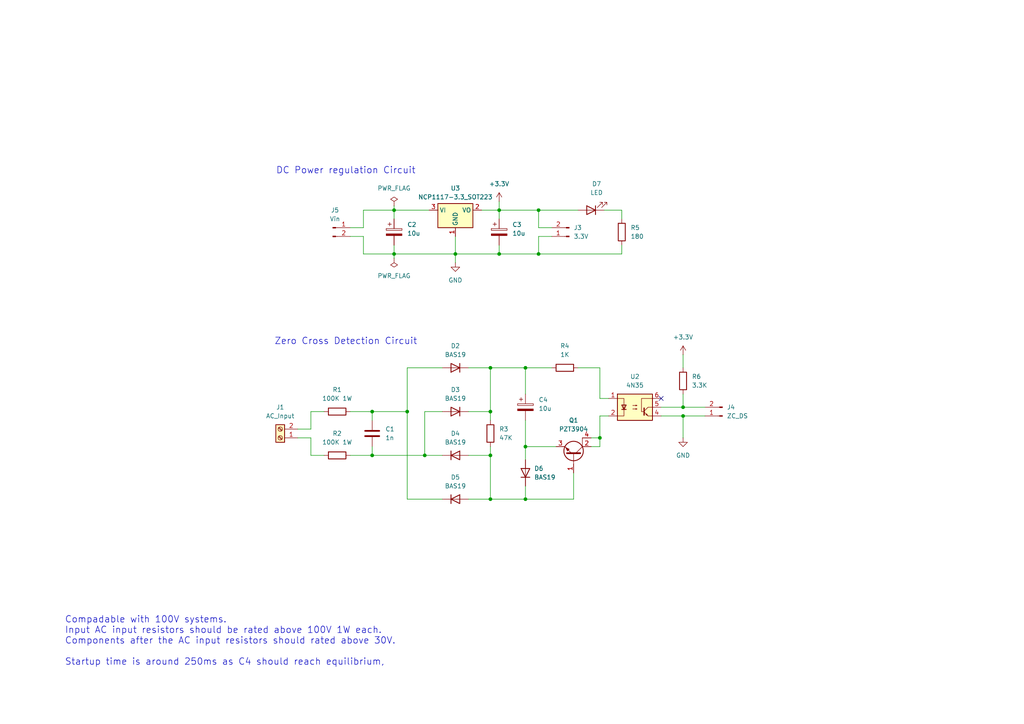
<source format=kicad_sch>
(kicad_sch (version 20250114) (generator "eeschema") (generator_version "9.0")
  (paper "A4")
  (title_block (title "Zero cross detector circuit") (date "2025-03-10") (rev "0") (company "キムラシール株式会社"))
  (lib_symbols
    (symbol "Connector:Conn_01x02_Pin" (pin_names (offset 1.016) (hide yes))
      (property "Reference" "J" (at 0 2.54 0))
      (property "Value" "Conn_01x02_Pin" (at 0 -5.08 0))
      (symbol "Conn_01x02_Pin_1_1"
        (rectangle (start 0.8636 0.127) (end 0 -0.127) (stroke (width 0.1524)) (fill (type outline)))
        (rectangle (start 0.8636 -2.413) (end 0 -2.667) (stroke (width 0.1524)) (fill (type outline)))
        (polyline (pts (xy 1.27 0) (xy 0.8636 0)) (stroke (width 0.1524)))
        (polyline (pts (xy 1.27 -2.54) (xy 0.8636 -2.54)) (stroke (width 0.1524)))
        (pin passive line (at 5.08 0 180) (length 3.81) (name "Pin_1") (number "1"))
        (pin passive line (at 5.08 -2.54 180) (length 3.81) (name "Pin_2") (number "2"))
      )
    )
    (symbol "Connector:Screw_Terminal_01x02" (pin_names (offset 1.016) (hide yes))
      (property "Reference" "J" (at 0 2.54 0))
      (property "Value" "Screw_Terminal_01x02" (at 0 -5.08 0))
      (symbol "Screw_Terminal_01x02_1_1"
        (rectangle (start -1.27 1.27) (end 1.27 -3.81) (stroke (width 0.254)) (fill (type background)))
        (polyline (pts (xy -0.5334 0.3302) (xy 0.3302 -0.508)) (stroke (width 0.1524)))
        (polyline (pts (xy -0.5334 -2.2098) (xy 0.3302 -3.048)) (stroke (width 0.1524)))
        (polyline (pts (xy -0.3556 0.508) (xy 0.508 -0.3302)) (stroke (width 0.1524)))
        (polyline (pts (xy -0.3556 -2.032) (xy 0.508 -2.8702)) (stroke (width 0.1524)))
        (circle (center 0 0) (radius 0.635) (stroke (width 0.1524)))
        (circle (center 0 -2.54) (radius 0.635) (stroke (width 0.1524)))
        (pin passive line (at -5.08 0 0) (length 3.81) (name "Pin_1") (number "1"))
        (pin passive line (at -5.08 -2.54 0) (length 3.81) (name "Pin_2") (number "2"))
      )
    )
    (symbol "Device:C" (pin_numbers (hide yes)) (pin_names (offset 0.254))
      (property "Reference" "C" (at 0.635 2.54 0))
      (property "Value" "C" (at 0.635 -2.54 0))
      (symbol "C_0_1"
        (polyline (pts (xy -2.032 0.762) (xy 2.032 0.762)) (stroke (width 0.508)))
        (polyline (pts (xy -2.032 -0.762) (xy 2.032 -0.762)) (stroke (width 0.508)))
      )
      (symbol "C_1_1"
        (pin passive line (at 0 3.81 270) (length 2.794) (name "~") (number "1"))
        (pin passive line (at 0 -3.81 90) (length 2.794) (name "~") (number "2"))
      )
    )
    (symbol "Device:C_Polarized" (pin_numbers (hide yes)) (pin_names (offset 0.254))
      (property "Reference" "C" (at 0.635 2.54 0))
      (property "Value" "C_Polarized" (at 0.635 -2.54 0))
      (symbol "C_Polarized_0_1"
        (rectangle (start -2.286 0.508) (end 2.286 1.016))
        (polyline (pts (xy -1.778 2.286) (xy -0.762 2.286)))
        (polyline (pts (xy -1.27 2.794) (xy -1.27 1.778)))
        (rectangle (start 2.286 -0.508) (end -2.286 -1.016) (fill (type outline)))
      )
      (symbol "C_Polarized_1_1"
        (pin passive line (at 0 3.81 270) (length 2.794) (name "~") (number "1"))
        (pin passive line (at 0 -3.81 90) (length 2.794) (name "~") (number "2"))
      )
    )
    (symbol "Device:LED" (pin_numbers (hide yes)) (pin_names (offset 1.016) (hide yes))
      (property "Reference" "D" (at 0 2.54 0))
      (property "Value" "LED" (at 0 -2.54 0))
      (symbol "LED_0_1"
        (polyline (pts (xy -3.048 -0.762) (xy -4.572 -2.286) (xy -3.81 -2.286) (xy -4.572 -2.286) (xy -4.572 -1.524)))
        (polyline (pts (xy -1.778 -0.762) (xy -3.302 -2.286) (xy -2.54 -2.286) (xy -3.302 -2.286) (xy -3.302 -1.524)))
        (polyline (pts (xy -1.27 0) (xy 1.27 0)))
        (polyline (pts (xy -1.27 -1.27) (xy -1.27 1.27)) (stroke (width 0.254)))
        (polyline (pts (xy 1.27 -1.27) (xy 1.27 1.27) (xy -1.27 0) (xy 1.27 -1.27)) (stroke (width 0.254)))
      )
      (symbol "LED_1_1"
        (pin passive line (at -3.81 0 0) (length 2.54) (name "K") (number "1"))
        (pin passive line (at 3.81 0 180) (length 2.54) (name "A") (number "2"))
      )
    )
    (symbol "Device:R" (pin_numbers (hide yes)) (pin_names (offset 0))
      (property "Reference" "R" (at 2.032 0 90))
      (property "Value" "R" (at 0 0 90))
      (symbol "R_0_1"
        (rectangle (start -1.016 -2.54) (end 1.016 2.54) (stroke (width 0.254)))
      )
      (symbol "R_1_1"
        (pin passive line (at 0 3.81 270) (length 1.27) (name "~") (number "1"))
        (pin passive line (at 0 -3.81 90) (length 1.27) (name "~") (number "2"))
      )
    )
    (symbol "Diode:BAS19" (pin_numbers (hide yes)) (pin_names (hide yes))
      (property "Reference" "D" (at 0 2.54 0))
      (property "Value" "BAS19" (at 0 -2.54 0))
      (symbol "BAS19_0_1"
        (polyline (pts (xy -1.27 1.27) (xy -1.27 -1.27)) (stroke (width 0.254)))
        (polyline (pts (xy 1.27 1.27) (xy 1.27 -1.27) (xy -1.27 0) (xy 1.27 1.27)) (stroke (width 0.254)))
        (polyline (pts (xy 1.27 0) (xy -1.27 0)))
      )
      (symbol "BAS19_1_1"
        (pin passive line (at -3.81 0 0) (length 2.54) (name "K") (number "3"))
        (pin no_connect line (at -1.27 0 0) (length 2.54) (hide yes) (name "NC") (number "2"))
        (pin passive line (at 3.81 0 180) (length 2.54) (name "A") (number "1"))
      )
    )
    (symbol "Isolator:4N35" (pin_names (offset 1.016))
      (property "Reference" "U" (at -5.08 5.08 0))
      (property "Value" "4N35" (at 0 5.08 0))
      (symbol "4N35_0_1"
        (rectangle (start -5.08 3.81) (end 5.08 -3.81) (stroke (width 0.254)) (fill (type background)))
        (polyline (pts (xy -5.08 -2.54) (xy -3.175 -2.54) (xy -3.175 2.54) (xy -5.08 2.54)))
        (polyline (pts (xy -3.81 -0.635) (xy -2.54 -0.635)) (stroke (width 0.254)))
        (polyline (pts (xy -3.175 -0.635) (xy -3.81 0.635) (xy -2.54 0.635) (xy -3.175 -0.635)) (stroke (width 0.254)))
        (polyline (pts (xy -0.635 0.508) (xy 0.635 0.508) (xy 0.254 0.381) (xy 0.254 0.635) (xy 0.635 0.508)))
        (polyline (pts (xy -0.635 -0.508) (xy 0.635 -0.508) (xy 0.254 -0.635) (xy 0.254 -0.381) (xy 0.635 -0.508)))
        (polyline (pts (xy 2.667 -0.254) (xy 2.667 -2.286) (xy 2.667 -2.286)) (stroke (width 0.3556)))
        (polyline (pts (xy 2.667 -1.143) (xy 3.81 0)))
        (polyline (pts (xy 2.667 -1.397) (xy 3.81 -2.54)))
        (polyline (pts (xy 3.683 -2.413) (xy 3.429 -1.905) (xy 3.175 -2.159) (xy 3.683 -2.413)))
        (polyline (pts (xy 3.81 0) (xy 5.08 0)))
        (polyline (pts (xy 3.81 -2.54) (xy 5.08 -2.54)))
        (polyline (pts (xy 5.08 2.54) (xy 1.905 2.54) (xy 1.905 -1.27) (xy 2.54 -1.27)))
      )
      (symbol "4N35_1_1"
        (pin passive line (at -7.62 2.54 0) (length 2.54) (name "~") (number "1"))
        (pin passive line (at -7.62 -2.54 0) (length 2.54) (name "~") (number "2"))
        (pin no_connect line (at -5.08 0 0) (length 2.54) (hide yes) (name "NC") (number "3"))
        (pin passive line (at 7.62 2.54 180) (length 2.54) (name "~") (number "6"))
        (pin passive line (at 7.62 0 180) (length 2.54) (name "~") (number "5"))
        (pin passive line (at 7.62 -2.54 180) (length 2.54) (name "~") (number "4"))
      )
    )
    (symbol "Regulator_Linear:NCP1117-3.3_SOT223"
      (property "Reference" "U" (at -3.81 3.175 0))
      (property "Value" "NCP1117-3.3_SOT223" (at 0 3.175 0))
      (symbol "NCP1117-3.3_SOT223_0_1"
        (rectangle (start -5.08 -5.08) (end 5.08 1.905) (stroke (width 0.254)) (fill (type background)))
      )
      (symbol "NCP1117-3.3_SOT223_1_1"
        (pin power_in line (at -7.62 0 0) (length 2.54) (name "VI") (number "3"))
        (pin power_in line (at 0 -7.62 90) (length 2.54) (name "GND") (number "1"))
        (pin power_out line (at 7.62 0 180) (length 2.54) (name "VO") (number "2"))
      )
    )
    (symbol "Transistor_BJT:PZT3904" (pin_names (offset 0) (hide yes))
      (property "Reference" "Q" (at 5.08 1.905 0))
      (property "Value" "PZT3904" (at 5.08 0 0))
      (symbol "PZT3904_0_1"
        (polyline (pts (xy -2.54 0) (xy 0.635 0)))
        (polyline (pts (xy 0.635 1.905) (xy 0.635 -1.905)) (stroke (width 0.508)))
        (circle (center 1.27 0) (radius 2.8194) (stroke (width 0.254)))
        (polyline (pts (xy 2.54 2.54) (xy 5.08 2.54)))
      )
      (symbol "PZT3904_1_1"
        (polyline (pts (xy 0.635 0.635) (xy 2.54 2.54)))
        (polyline (pts (xy 0.635 -0.635) (xy 2.54 -2.54)))
        (polyline (pts (xy 1.27 -1.778) (xy 1.778 -1.27) (xy 2.286 -2.286) (xy 1.27 -1.778)) (fill (type outline)))
        (pin input line (at -5.08 0 0) (length 2.54) (name "B") (number "1"))
        (pin passive line (at 2.54 5.08 270) (length 2.54) (name "C") (number "2"))
        (pin passive line (at 2.54 -5.08 90) (length 2.54) (name "E") (number "3"))
        (pin passive line (at 5.08 5.08 270) (length 2.54) (name "C") (number "4"))
      )
    )
    (symbol "power:+3.3V" (power) (pin_numbers (hide yes)) (pin_names (offset 0) (hide yes))
      (property "Value" "+3.3V" (at 0 3.556 0))
      (symbol "+3.3V_0_1"
        (polyline (pts (xy -0.762 1.27) (xy 0 2.54)))
        (polyline (pts (xy 0 2.54) (xy 0.762 1.27)))
        (polyline (pts (xy 0 0) (xy 0 2.54)))
      )
      (symbol "+3.3V_1_1"
        (pin power_in line (at 0 0 90) (length 0) (name "~") (number "1"))
      )
    )
    (symbol "power:GND" (power) (pin_numbers (hide yes)) (pin_names (offset 0) (hide yes))
      (property "Value" "GND" (at 0 -3.81 0))
      (symbol "GND_0_1"
        (polyline (pts (xy 0 0) (xy 0 -1.27) (xy 1.27 -1.27) (xy 0 -2.54) (xy -1.27 -1.27) (xy 0 -1.27)))
      )
      (symbol "GND_1_1"
        (pin power_in line (at 0 0 270) (length 0) (name "~") (number "1"))
      )
    )
    (symbol "power:PWR_FLAG" (power) (pin_numbers (hide yes)) (pin_names (offset 0) (hide yes))
      (property "Value" "PWR_FLAG" (at 0 3.81 0))
      (symbol "PWR_FLAG_0_0"
        (pin power_out line (at 0 0 90) (length 0) (name "~") (number "1"))
      )
      (symbol "PWR_FLAG_0_1"
        (polyline (pts (xy 0 0) (xy 0 1.27) (xy -1.016 1.905) (xy 0 2.54) (xy 1.016 1.905) (xy 0 1.27)))
      )
    )
  )
  (text "Zero Cross Detection Circuit\n" (at 100.33 99.06 0) (effects (font (size 1.905 1.905))))
  (text "DC Power regulation Circuit" (at 100.33 49.53 0) (effects (font (size 1.905 1.905))))
  (text "Compadable with 100V systems.\nInput AC input resistors should be rated above 100V 1W each.\nComponents after the AC input resistors should rated above 30V.\n\nStartup time is around 250ms as C4 should reach equilibrium," (at 18.796 185.928 0) (effects (font (size 1.905 1.905)) (justify left)))
  (junction (at 114.3 73.66))
  (junction (at 142.24 119.38))
  (junction (at 144.78 73.66))
  (junction (at 198.12 120.65))
  (junction (at 198.12 118.11))
  (junction (at 156.21 73.66))
  (junction (at 123.19 132.08))
  (junction (at 144.78 60.96))
  (junction (at 107.95 132.08))
  (junction (at 152.4 144.78))
  (junction (at 118.11 119.38))
  (junction (at 152.4 129.54))
  (junction (at 142.24 144.78))
  (junction (at 132.08 73.66))
  (junction (at 114.3 60.96))
  (junction (at 173.99 127))
  (junction (at 107.95 119.38))
  (junction (at 142.24 132.08))
  (junction (at 142.24 106.68))
  (junction (at 152.4 106.68))
  (junction (at 156.21 60.96))
  (no_connect (at 191.77 115.57))
  (wire (pts (xy 156.21 73.66) (xy 144.78 73.66)))
  (wire (pts (xy 156.21 60.96) (xy 156.21 66.04)))
  (wire (pts (xy 152.4 106.68) (xy 152.4 114.3)))
  (wire (pts (xy 139.7 60.96) (xy 144.78 60.96)))
  (wire (pts (xy 191.77 120.65) (xy 198.12 120.65)))
  (wire (pts (xy 171.45 129.54) (xy 173.99 129.54)))
  (wire (pts (xy 114.3 71.12) (xy 114.3 73.66)))
  (wire (pts (xy 198.12 118.11) (xy 204.47 118.11)))
  (wire (pts (xy 101.6 66.04) (xy 105.41 66.04)))
  (wire (pts (xy 101.6 119.38) (xy 107.95 119.38)))
  (wire (pts (xy 114.3 73.66) (xy 114.3 74.93)))
  (wire (pts (xy 118.11 119.38) (xy 118.11 144.78)))
  (wire (pts (xy 123.19 119.38) (xy 128.27 119.38)))
  (wire (pts (xy 156.21 66.04) (xy 160.02 66.04)))
  (wire (pts (xy 105.41 73.66) (xy 114.3 73.66)))
  (wire (pts (xy 90.17 119.38) (xy 93.98 119.38)))
  (wire (pts (xy 135.89 144.78) (xy 142.24 144.78)))
  (wire (pts (xy 105.41 66.04) (xy 105.41 60.96)))
  (wire (pts (xy 152.4 140.97) (xy 152.4 144.78)))
  (wire (pts (xy 198.12 120.65) (xy 198.12 127)))
  (wire (pts (xy 173.99 106.68) (xy 173.99 115.57)))
  (wire (pts (xy 118.11 144.78) (xy 128.27 144.78)))
  (wire (pts (xy 90.17 127) (xy 90.17 132.08)))
  (wire (pts (xy 144.78 71.12) (xy 144.78 73.66)))
  (wire (pts (xy 107.95 119.38) (xy 107.95 121.92)))
  (wire (pts (xy 135.89 132.08) (xy 142.24 132.08)))
  (wire (pts (xy 105.41 60.96) (xy 114.3 60.96)))
  (wire (pts (xy 152.4 129.54) (xy 161.29 129.54)))
  (wire (pts (xy 173.99 120.65) (xy 176.53 120.65)))
  (wire (pts (xy 86.36 124.46) (xy 90.17 124.46)))
  (wire (pts (xy 144.78 60.96) (xy 144.78 63.5)))
  (wire (pts (xy 142.24 106.68) (xy 142.24 119.38)))
  (wire (pts (xy 123.19 132.08) (xy 128.27 132.08)))
  (wire (pts (xy 175.26 60.96) (xy 180.34 60.96)))
  (wire (pts (xy 198.12 120.65) (xy 204.47 120.65)))
  (wire (pts (xy 160.02 68.58) (xy 156.21 68.58)))
  (wire (pts (xy 144.78 58.42) (xy 144.78 60.96)))
  (wire (pts (xy 118.11 106.68) (xy 128.27 106.68)))
  (wire (pts (xy 90.17 132.08) (xy 93.98 132.08)))
  (wire (pts (xy 142.24 106.68) (xy 152.4 106.68)))
  (wire (pts (xy 180.34 73.66) (xy 156.21 73.66)))
  (wire (pts (xy 152.4 144.78) (xy 142.24 144.78)))
  (wire (pts (xy 107.95 129.54) (xy 107.95 132.08)))
  (wire (pts (xy 114.3 63.5) (xy 114.3 60.96)))
  (wire (pts (xy 132.08 68.58) (xy 132.08 73.66)))
  (wire (pts (xy 152.4 129.54) (xy 152.4 133.35)))
  (wire (pts (xy 173.99 115.57) (xy 176.53 115.57)))
  (wire (pts (xy 135.89 106.68) (xy 142.24 106.68)))
  (wire (pts (xy 173.99 127) (xy 173.99 120.65)))
  (wire (pts (xy 101.6 132.08) (xy 107.95 132.08)))
  (wire (pts (xy 114.3 73.66) (xy 132.08 73.66)))
  (wire (pts (xy 124.46 60.96) (xy 114.3 60.96)))
  (wire (pts (xy 118.11 106.68) (xy 118.11 119.38)))
  (wire (pts (xy 114.3 59.69) (xy 114.3 60.96)))
  (wire (pts (xy 191.77 118.11) (xy 198.12 118.11)))
  (wire (pts (xy 167.64 106.68) (xy 173.99 106.68)))
  (wire (pts (xy 198.12 102.87) (xy 198.12 106.68)))
  (wire (pts (xy 180.34 60.96) (xy 180.34 63.5)))
  (wire (pts (xy 107.95 132.08) (xy 123.19 132.08)))
  (wire (pts (xy 142.24 132.08) (xy 142.24 144.78)))
  (wire (pts (xy 166.37 144.78) (xy 166.37 137.16)))
  (wire (pts (xy 173.99 129.54) (xy 173.99 127)))
  (wire (pts (xy 152.4 144.78) (xy 166.37 144.78)))
  (wire (pts (xy 101.6 68.58) (xy 105.41 68.58)))
  (wire (pts (xy 135.89 119.38) (xy 142.24 119.38)))
  (wire (pts (xy 107.95 119.38) (xy 118.11 119.38)))
  (wire (pts (xy 132.08 73.66) (xy 132.08 76.2)))
  (wire (pts (xy 90.17 124.46) (xy 90.17 119.38)))
  (wire (pts (xy 152.4 121.92) (xy 152.4 129.54)))
  (wire (pts (xy 156.21 68.58) (xy 156.21 73.66)))
  (wire (pts (xy 142.24 119.38) (xy 142.24 121.92)))
  (wire (pts (xy 144.78 60.96) (xy 156.21 60.96)))
  (wire (pts (xy 142.24 129.54) (xy 142.24 132.08)))
  (wire (pts (xy 180.34 71.12) (xy 180.34 73.66)))
  (wire (pts (xy 144.78 73.66) (xy 132.08 73.66)))
  (wire (pts (xy 152.4 106.68) (xy 160.02 106.68)))
  (wire (pts (xy 105.41 68.58) (xy 105.41 73.66)))
  (wire (pts (xy 123.19 119.38) (xy 123.19 132.08)))
  (wire (pts (xy 156.21 60.96) (xy 167.64 60.96)))
  (wire (pts (xy 198.12 118.11) (xy 198.12 114.3)))
  (wire (pts (xy 86.36 127) (xy 90.17 127)))
  (wire (pts (xy 171.45 127) (xy 173.99 127)))
  (symbol (lib_id "Device:R") (at 97.79 132.08 90) (unit 1)
    (property "Reference" "R2" (at 97.79 125.73 90))
    (property "Value" "100K 1W" (at 97.79 128.27 90))
    (property "Footprint" "Resistor_SMD:R_2512_6332Metric_Pad1.40x3.35mm_HandSolder" (effects (hide yes)))
    (property "Description" "Resistor" (effects (hide yes)))
  )
  (symbol (lib_id "power:+3.3V") (at 198.12 102.87 0) (unit 1)
    (property "Reference" "#PWR03" (effects (hide yes)))
    (property "Value" "+3.3V" (at 198.12 97.79 0))
    (property "Description" "Power symbol creates a global label with name \"+3.3V\"" (effects (hide yes)))
  )
  (symbol (lib_id "Diode:BAS19") (at 132.08 144.78 0) (unit 1)
    (property "Reference" "D5" (at 132.08 138.43 0))
    (property "Value" "BAS19" (at 132.08 140.97 0))
    (property "Footprint" "Package_TO_SOT_SMD:SOT-23" (effects (hide yes)))
    (property "Datasheet" "https://www.diodes.com/assets/Datasheets/Ds12004.pdf" (effects (hide yes)))
    (property "Description" "120V, 0.4A, High-speed Switching Diode, SOT-23" (effects (hide yes)))
  )
  (symbol (lib_id "power:+3.3V") (at 144.78 58.42 0) (unit 1)
    (property "Reference" "#PWR02" (effects (hide yes)))
    (property "Value" "+3.3V" (at 144.78 53.34 0))
    (property "Description" "Power symbol creates a global label with name \"+3.3V\"" (effects (hide yes)))
  )
  (symbol (lib_id "Device:LED") (at 171.45 60.96 180) (unit 1)
    (property "Reference" "D7" (at 173.0375 53.34 0))
    (property "Value" "LED" (at 173.0375 55.88 0))
    (property "Footprint" "Library:LTST-C190GKT" (effects (hide yes)))
    (property "Description" "Light emitting diode" (effects (hide yes)))
    (property "Sim.Pins" "1=K 2=A" (effects (hide yes)))
  )
  (symbol (lib_id "Device:R") (at 180.34 67.31 180) (unit 1)
    (property "Reference" "R5" (at 182.88 66.0399 0) (effects (justify right)))
    (property "Value" "180" (at 182.88 68.5799 0) (effects (justify right)))
    (property "Footprint" "Resistor_SMD:R_0603_1608Metric_Pad0.98x0.95mm_HandSolder" (effects (hide yes)))
    (property "Description" "Resistor" (effects (hide yes)))
  )
  (symbol (lib_id "Diode:BAS19") (at 132.08 119.38 180) (unit 1)
    (property "Reference" "D3" (at 132.08 113.03 0))
    (property "Value" "BAS19" (at 132.08 115.57 0))
    (property "Footprint" "Package_TO_SOT_SMD:SOT-23" (effects (hide yes)))
    (property "Datasheet" "https://www.diodes.com/assets/Datasheets/Ds12004.pdf" (effects (hide yes)))
    (property "Description" "120V, 0.4A, High-speed Switching Diode, SOT-23" (effects (hide yes)))
  )
  (symbol (lib_id "Diode:BAS19") (at 152.4 137.16 90) (unit 1)
    (property "Reference" "D6" (at 154.94 135.8899 90) (effects (justify right)))
    (property "Value" "BAS19" (at 154.94 138.4299 90) (effects (justify right)))
    (property "Footprint" "Package_TO_SOT_SMD:SOT-23" (effects (hide yes)))
    (property "Datasheet" "https://www.diodes.com/assets/Datasheets/Ds12004.pdf" (effects (hide yes)))
    (property "Description" "120V, 0.4A, High-speed Switching Diode, SOT-23" (effects (hide yes)))
  )
  (symbol (lib_id "power:GND") (at 198.12 127 0) (unit 1)
    (property "Reference" "#PWR04" (effects (hide yes)))
    (property "Value" "GND" (at 198.12 132.08 0))
    (property "Description" "Power symbol creates a global label with name \"GND\" , ground" (effects (hide yes)))
  )
  (symbol (lib_id "Device:R") (at 163.83 106.68 90) (unit 1)
    (property "Reference" "R4" (at 163.83 100.33 90))
    (property "Value" "1K" (at 163.83 102.87 90))
    (property "Footprint" "Resistor_SMD:R_0603_1608Metric_Pad0.98x0.95mm_HandSolder" (effects (hide yes)))
    (property "Description" "Resistor" (effects (hide yes)))
  )
  (symbol (lib_id "Diode:BAS19") (at 132.08 132.08 0) (unit 1)
    (property "Reference" "D4" (at 132.08 125.73 0))
    (property "Value" "BAS19" (at 132.08 128.27 0))
    (property "Footprint" "Package_TO_SOT_SMD:SOT-23" (effects (hide yes)))
    (property "Datasheet" "https://www.diodes.com/assets/Datasheets/Ds12004.pdf" (effects (hide yes)))
    (property "Description" "120V, 0.4A, High-speed Switching Diode, SOT-23" (effects (hide yes)))
  )
  (symbol (lib_id "power:PWR_FLAG") (at 114.3 59.69 0) (unit 1)
    (property "Reference" "#FLG01" (effects (hide yes)))
    (property "Value" "PWR_FLAG" (at 114.3 54.61 0))
    (property "Description" "Special symbol for telling ERC where power comes from" (effects (hide yes)))
  )
  (symbol (lib_id "power:GND") (at 132.08 76.2 0) (unit 1)
    (property "Reference" "#PWR01" (effects (hide yes)))
    (property "Value" "GND" (at 132.08 81.28 0))
    (property "Description" "Power symbol creates a global label with name \"GND\" , ground" (effects (hide yes)))
  )
  (symbol (lib_id "power:PWR_FLAG") (at 114.3 74.93 180) (unit 1)
    (property "Reference" "#FLG02" (effects (hide yes)))
    (property "Value" "PWR_FLAG" (at 114.3 80.01 0))
    (property "Description" "Special symbol for telling ERC where power comes from" (effects (hide yes)))
  )
  (symbol (lib_id "Connector:Conn_01x02_Pin") (at 96.52 66.04 0) (unit 1)
    (property "Reference" "J5" (at 97.155 60.96 0))
    (property "Value" "Vin" (at 97.155 63.5 0))
    (property "Footprint" "Connector_PinHeader_2.54mm:PinHeader_1x02_P2.54mm_Vertical" (effects (hide yes)))
    (property "Description" "Generic connector, single row, 01x02, script generated" (effects (hide yes)))
  )
  (symbol (lib_id "Diode:BAS19") (at 132.08 106.68 180) (unit 1)
    (property "Reference" "D2" (at 132.08 100.33 0))
    (property "Value" "BAS19" (at 132.08 102.87 0))
    (property "Footprint" "Package_TO_SOT_SMD:SOT-23" (effects (hide yes)))
    (property "Datasheet" "https://www.diodes.com/assets/Datasheets/Ds12004.pdf" (effects (hide yes)))
    (property "Description" "120V, 0.4A, High-speed Switching Diode, SOT-23" (effects (hide yes)))
  )
  (symbol (lib_id "Transistor_BJT:PZT3904") (at 166.37 132.08 270) (mirror x) (unit 1)
    (property "Reference" "Q1" (at 166.37 121.92 90))
    (property "Value" "PZT3904" (at 166.37 124.46 90))
    (property "Footprint" "Package_TO_SOT_SMD:SOT-223" (effects (hide yes)))
    (property "Datasheet" "https://www.onsemi.com/pdf/datasheet/pzt3904-d.pdf" (effects (hide yes)))
    (property "Description" "0.2A Ic, 40V Vce, Small Signal NPN Transistor, SOT-223" (effects (hide yes)))
  )
  (symbol (lib_id "Device:R") (at 198.12 110.49 0) (unit 1)
    (property "Reference" "R6" (at 200.66 109.2199 0) (effects (justify left)))
    (property "Value" "3.3K" (at 200.66 111.7599 0) (effects (justify left)))
    (property "Footprint" "Resistor_SMD:R_0603_1608Metric_Pad0.98x0.95mm_HandSolder" (effects (hide yes)))
    (property "Description" "Resistor" (effects (hide yes)))
  )
  (symbol (lib_id "Device:C_Polarized") (at 114.3 67.31 0) (unit 1)
    (property "Reference" "C2" (at 118.11 65.1509 0) (effects (justify left)))
    (property "Value" "10u" (at 118.11 67.6909 0) (effects (justify left)))
    (property "Footprint" "Capacitor_SMD:CP_Elec_6.3x4.9" (effects (hide yes)))
    (property "Description" "Polarized capacitor" (effects (hide yes)))
  )
  (symbol (lib_id "Connector:Screw_Terminal_01x02") (at 81.28 127 180) (unit 1)
    (property "Reference" "J1" (at 81.28 118.11 0))
    (property "Value" "AC_Input" (at 81.28 120.65 0))
    (property "Footprint" "TerminalBlock:TerminalBlock_bornier-2_P5.08mm" (effects (hide yes)))
    (property "Description" "Generic screw terminal, single row, 01x02, script generated (kicad-library-utils/schlib/autogen/connector/)" (effects (hide yes)))
  )
  (symbol (lib_id "Device:C_Polarized") (at 144.78 67.31 0) (unit 1)
    (property "Reference" "C3" (at 148.59 65.1509 0) (effects (justify left)))
    (property "Value" "10u" (at 148.59 67.6909 0) (effects (justify left)))
    (property "Footprint" "Capacitor_SMD:CP_Elec_6.3x4.9" (effects (hide yes)))
    (property "Description" "Polarized capacitor" (effects (hide yes)))
  )
  (symbol (lib_id "Connector:Conn_01x02_Pin") (at 209.55 120.65 180) (unit 1)
    (property "Reference" "J4" (at 210.82 118.1099 0) (effects (justify right)))
    (property "Value" "ZC_DS" (at 210.82 120.6499 0) (effects (justify right)))
    (property "Footprint" "Connector_PinHeader_2.54mm:PinHeader_1x02_P2.54mm_Vertical" (effects (hide yes)))
    (property "Description" "Generic connector, single row, 01x02, script generated" (effects (hide yes)))
  )
  (symbol (lib_id "Device:C") (at 107.95 125.73 0) (unit 1)
    (property "Reference" "C1" (at 111.76 124.4599 0) (effects (justify left)))
    (property "Value" "1n" (at 111.76 126.9999 0) (effects (justify left)))
    (property "Footprint" "Capacitor_SMD:C_0805_2012Metric_Pad1.18x1.45mm_HandSolder" (effects (hide yes)))
    (property "Description" "Unpolarized capacitor" (effects (hide yes)))
  )
  (symbol (lib_id "Device:R") (at 97.79 119.38 90) (unit 1)
    (property "Reference" "R1" (at 97.79 113.03 90))
    (property "Value" "100K 1W" (at 97.79 115.57 90))
    (property "Footprint" "Resistor_SMD:R_2512_6332Metric_Pad1.40x3.35mm_HandSolder" (effects (hide yes)))
    (property "Description" "Resistor" (effects (hide yes)))
  )
  (symbol (lib_id "Device:R") (at 142.24 125.73 0) (unit 1)
    (property "Reference" "R3" (at 144.78 124.4599 0) (effects (justify left)))
    (property "Value" "47K" (at 144.78 126.9999 0) (effects (justify left)))
    (property "Footprint" "Resistor_SMD:R_0603_1608Metric_Pad0.98x0.95mm_HandSolder" (effects (hide yes)))
    (property "Description" "Resistor" (effects (hide yes)))
  )
  (symbol (lib_id "Device:C_Polarized") (at 152.4 118.11 0) (unit 1)
    (property "Reference" "C4" (at 156.21 115.9509 0) (effects (justify left)))
    (property "Value" "10u" (at 156.21 118.4909 0) (effects (justify left)))
    (property "Footprint" "Capacitor_SMD:CP_Elec_6.3x4.9" (effects (hide yes)))
    (property "Description" "Polarized capacitor" (effects (hide yes)))
  )
  (symbol (lib_id "Isolator:4N35") (at 184.15 118.11 0) (unit 1)
    (property "Reference" "U2" (at 184.15 109.22 0))
    (property "Value" "4N35" (at 184.15 111.76 0))
    (property "Footprint" "Package_DIP:DIP-6_W7.62mm" (effects (hide yes)))
    (property "Datasheet" "https://www.vishay.com/docs/81181/4n35.pdf" (effects (hide yes)))
    (property "Description" "Optocoupler, Phototransistor Output, with Base Connection, Vce 70V, CTR 100%, Viso 5000V, DIP6" (effects (hide yes)))
  )
  (symbol (lib_id "Regulator_Linear:NCP1117-3.3_SOT223") (at 132.08 60.96 0) (unit 1)
    (property "Reference" "U3" (at 132.08 54.61 0))
    (property "Value" "NCP1117-3.3_SOT223" (at 132.08 57.15 0))
    (property "Footprint" "Package_TO_SOT_SMD:SOT-223-3_TabPin2" (effects (hide yes)))
    (property "Datasheet" "http://www.onsemi.com/pub_link/Collateral/NCP1117-D.PDF" (effects (hide yes)))
    (property "Description" "1A Low drop-out regulator, Fixed Output 3.3V, SOT-223" (effects (hide yes)))
  )
  (symbol (lib_id "Connector:Conn_01x02_Pin") (at 165.1 68.58 180) (unit 1)
    (property "Reference" "J3" (at 166.37 66.0399 0) (effects (justify right)))
    (property "Value" "3.3V" (at 166.37 68.5799 0) (effects (justify right)))
    (property "Footprint" "Connector_PinHeader_2.54mm:PinHeader_1x02_P2.54mm_Vertical" (effects (hide yes)))
    (property "Description" "Generic connector, single row, 01x02, script generated" (effects (hide yes)))
  )
)
</source>
